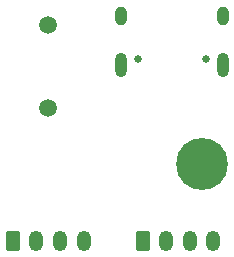
<source format=gbs>
G04 #@! TF.GenerationSoftware,KiCad,Pcbnew,(6.0.5)*
G04 #@! TF.CreationDate,2022-07-09T20:46:05-07:00*
G04 #@! TF.ProjectId,interface,696e7465-7266-4616-9365-2e6b69636164,1*
G04 #@! TF.SameCoordinates,Original*
G04 #@! TF.FileFunction,Soldermask,Bot*
G04 #@! TF.FilePolarity,Negative*
%FSLAX46Y46*%
G04 Gerber Fmt 4.6, Leading zero omitted, Abs format (unit mm)*
G04 Created by KiCad (PCBNEW (6.0.5)) date 2022-07-09 20:46:05*
%MOMM*%
%LPD*%
G01*
G04 APERTURE LIST*
G04 Aperture macros list*
%AMRoundRect*
0 Rectangle with rounded corners*
0 $1 Rounding radius*
0 $2 $3 $4 $5 $6 $7 $8 $9 X,Y pos of 4 corners*
0 Add a 4 corners polygon primitive as box body*
4,1,4,$2,$3,$4,$5,$6,$7,$8,$9,$2,$3,0*
0 Add four circle primitives for the rounded corners*
1,1,$1+$1,$2,$3*
1,1,$1+$1,$4,$5*
1,1,$1+$1,$6,$7*
1,1,$1+$1,$8,$9*
0 Add four rect primitives between the rounded corners*
20,1,$1+$1,$2,$3,$4,$5,0*
20,1,$1+$1,$4,$5,$6,$7,0*
20,1,$1+$1,$6,$7,$8,$9,0*
20,1,$1+$1,$8,$9,$2,$3,0*%
G04 Aperture macros list end*
%ADD10C,0.650000*%
%ADD11O,1.000000X1.600000*%
%ADD12O,1.000000X2.100000*%
%ADD13C,1.500000*%
%ADD14RoundRect,0.250000X-0.350000X-0.625000X0.350000X-0.625000X0.350000X0.625000X-0.350000X0.625000X0*%
%ADD15O,1.200000X1.750000*%
%ADD16C,0.700000*%
%ADD17C,4.400000*%
G04 APERTURE END LIST*
D10*
X69390000Y-55105000D03*
X63610000Y-55105000D03*
D11*
X70820000Y-51425000D03*
D12*
X62180000Y-55605000D03*
X70820000Y-55605000D03*
D11*
X62180000Y-51425000D03*
D13*
X56000000Y-52225000D03*
X56000000Y-59225000D03*
D14*
X64000000Y-70450000D03*
D15*
X66000000Y-70450000D03*
X68000000Y-70450000D03*
X70000000Y-70450000D03*
D14*
X53000000Y-70450000D03*
D15*
X55000000Y-70450000D03*
X57000000Y-70450000D03*
X59000000Y-70450000D03*
D16*
X70650000Y-64000000D03*
X67350000Y-64000000D03*
X67833274Y-65166726D03*
X69000000Y-62350000D03*
X67833274Y-62833274D03*
X69000000Y-65650000D03*
D17*
X69000000Y-64000000D03*
D16*
X70166726Y-62833274D03*
X70166726Y-65166726D03*
M02*

</source>
